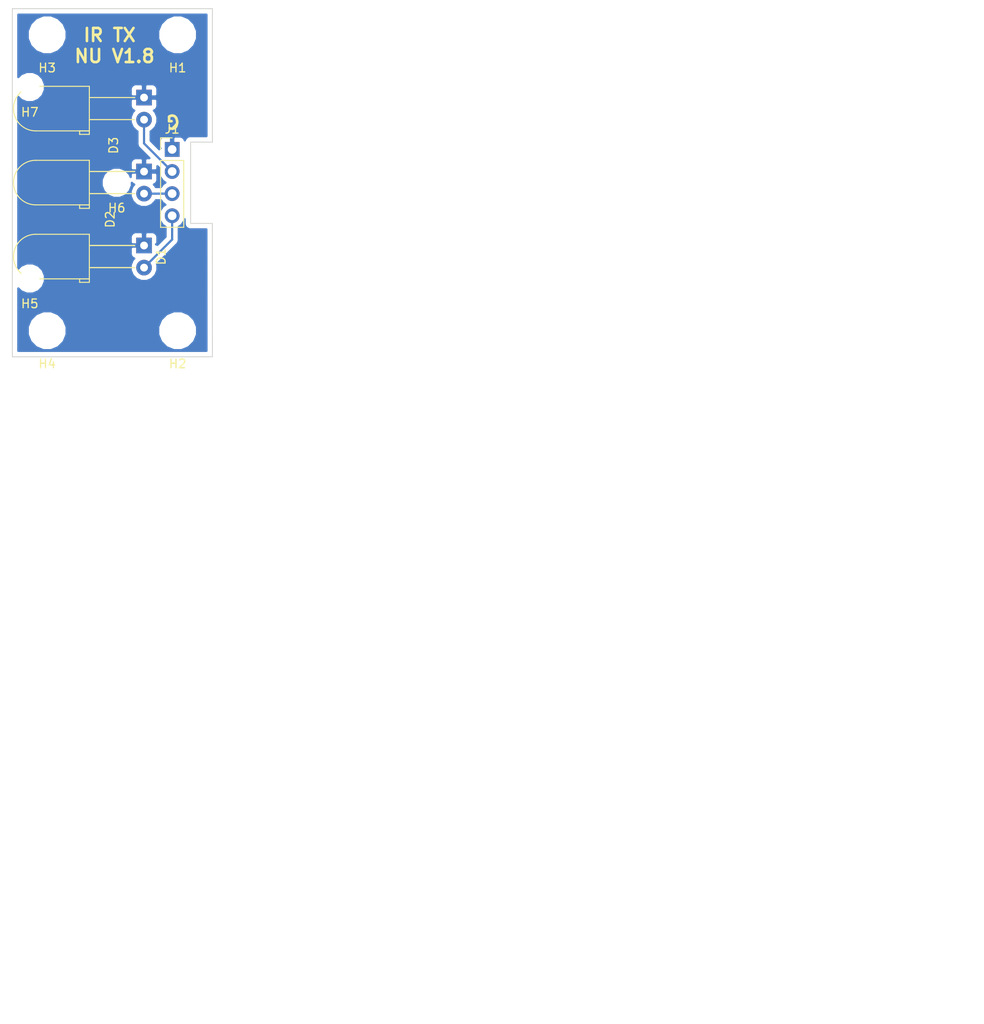
<source format=kicad_pcb>
(kicad_pcb (version 20171130) (host pcbnew 5.0.2-bee76a0~70~ubuntu18.04.1)

  (general
    (thickness 1.6)
    (drawings 15)
    (tracks 6)
    (zones 0)
    (modules 11)
    (nets 5)
  )

  (page A4)
  (layers
    (0 F.Cu signal)
    (31 B.Cu signal)
    (32 B.Adhes user)
    (33 F.Adhes user)
    (34 B.Paste user)
    (35 F.Paste user)
    (36 B.SilkS user)
    (37 F.SilkS user)
    (38 B.Mask user)
    (39 F.Mask user)
    (40 Dwgs.User user)
    (41 Cmts.User user)
    (42 Eco1.User user)
    (43 Eco2.User user)
    (44 Edge.Cuts user)
    (45 Margin user)
    (46 B.CrtYd user)
    (47 F.CrtYd user)
    (48 B.Fab user hide)
    (49 F.Fab user hide)
  )

  (setup
    (last_trace_width 0.25)
    (trace_clearance 0.2)
    (zone_clearance 0.508)
    (zone_45_only no)
    (trace_min 0.2)
    (segment_width 0.2)
    (edge_width 0.1)
    (via_size 0.8)
    (via_drill 0.4)
    (via_min_size 0.4)
    (via_min_drill 0.3)
    (uvia_size 0.3)
    (uvia_drill 0.1)
    (uvias_allowed no)
    (uvia_min_size 0.2)
    (uvia_min_drill 0.1)
    (pcb_text_width 0.3)
    (pcb_text_size 1.5 1.5)
    (mod_edge_width 0.15)
    (mod_text_size 1 1)
    (mod_text_width 0.15)
    (pad_size 1.5 1.5)
    (pad_drill 0.6)
    (pad_to_mask_clearance 0)
    (solder_mask_min_width 0.25)
    (aux_axis_origin 0 0)
    (visible_elements FFFBFF7F)
    (pcbplotparams
      (layerselection 0x010fc_ffffffff)
      (usegerberextensions true)
      (usegerberattributes false)
      (usegerberadvancedattributes false)
      (creategerberjobfile false)
      (excludeedgelayer true)
      (linewidth 0.100000)
      (plotframeref false)
      (viasonmask false)
      (mode 1)
      (useauxorigin false)
      (hpglpennumber 1)
      (hpglpenspeed 20)
      (hpglpendiameter 15.000000)
      (psnegative false)
      (psa4output false)
      (plotreference true)
      (plotvalue true)
      (plotinvisibletext false)
      (padsonsilk false)
      (subtractmaskfromsilk false)
      (outputformat 1)
      (mirror false)
      (drillshape 0)
      (scaleselection 1)
      (outputdirectory "Gerber/V1_5/"))
  )

  (net 0 "")
  (net 1 "Net-(D1-Pad1)")
  (net 2 "Net-(D1-Pad2)")
  (net 3 "Net-(D2-Pad2)")
  (net 4 "Net-(D3-Pad2)")

  (net_class Default "This is the default net class."
    (clearance 0.2)
    (trace_width 0.25)
    (via_dia 0.8)
    (via_drill 0.4)
    (uvia_dia 0.3)
    (uvia_drill 0.1)
    (add_net "Net-(D1-Pad1)")
    (add_net "Net-(D1-Pad2)")
    (add_net "Net-(D2-Pad2)")
    (add_net "Net-(D3-Pad2)")
  )

  (module LED_THT:LED_D5.0mm_Horizontal_O6.35mm_Z9.0mm (layer F.Cu) (tedit 5D884471) (tstamp 5DCD051F)
    (at 125.463968 74.971094 270)
    (descr "LED, diameter 5.0mm z-position of LED center 3.0mm, 2 pins, diameter 5.0mm z-position of LED center 3.0mm, 2 pins, diameter 5.0mm z-position of LED center 3.0mm, 2 pins, diameter 5.0mm z-position of LED center 9.0mm, 2 pins, diameter 5.0mm z-position of LED center 9.0mm, 2 pins, diameter 5.0mm z-position of LED center 9.0mm, 2 pins")
    (tags "LED diameter 5.0mm z-position of LED center 3.0mm 2 pins diameter 5.0mm z-position of LED center 3.0mm 2 pins diameter 5.0mm z-position of LED center 3.0mm 2 pins diameter 5.0mm z-position of LED center 9.0mm 2 pins diameter 5.0mm z-position of LED center 9.0mm 2 pins diameter 5.0mm z-position of LED center 9.0mm 2 pins")
    (path /5CC072E3)
    (fp_text reference D2 (at 5.5 3.9 270) (layer F.SilkS)
      (effects (font (size 1 1) (thickness 0.15)))
    )
    (fp_text value IR333-A (at 1.27 16.01 270) (layer F.Fab)
      (effects (font (size 1 1) (thickness 0.15)))
    )
    (fp_arc (start 1.27 12.45) (end -1.23 12.45) (angle -180) (layer F.Fab) (width 0.1))
    (fp_arc (start 1.27 12.45) (end -1.29 12.45) (angle -180) (layer F.SilkS) (width 0.12))
    (fp_line (start -1.23 6.35) (end -1.23 12.45) (layer F.Fab) (width 0.1))
    (fp_line (start 3.77 6.35) (end 3.77 12.45) (layer F.Fab) (width 0.1))
    (fp_line (start -1.23 6.35) (end 3.77 6.35) (layer F.Fab) (width 0.1))
    (fp_line (start 4.17 6.35) (end 4.17 7.35) (layer F.Fab) (width 0.1))
    (fp_line (start 4.17 7.35) (end 3.77 7.35) (layer F.Fab) (width 0.1))
    (fp_line (start 3.77 7.35) (end 3.77 6.35) (layer F.Fab) (width 0.1))
    (fp_line (start 3.77 6.35) (end 4.17 6.35) (layer F.Fab) (width 0.1))
    (fp_line (start 0 0) (end 0 6.35) (layer F.Fab) (width 0.1))
    (fp_line (start 0 6.35) (end 0 6.35) (layer F.Fab) (width 0.1))
    (fp_line (start 0 6.35) (end 0 0) (layer F.Fab) (width 0.1))
    (fp_line (start 0 0) (end 0 0) (layer F.Fab) (width 0.1))
    (fp_line (start 2.54 0) (end 2.54 6.35) (layer F.Fab) (width 0.1))
    (fp_line (start 2.54 6.35) (end 2.54 6.35) (layer F.Fab) (width 0.1))
    (fp_line (start 2.54 6.35) (end 2.54 0) (layer F.Fab) (width 0.1))
    (fp_line (start 2.54 0) (end 2.54 0) (layer F.Fab) (width 0.1))
    (fp_line (start -1.29 6.29) (end -1.29 12.45) (layer F.SilkS) (width 0.12))
    (fp_line (start 3.83 6.29) (end 3.83 12.45) (layer F.SilkS) (width 0.12))
    (fp_line (start -1.29 6.29) (end 3.83 6.29) (layer F.SilkS) (width 0.12))
    (fp_line (start 4.23 6.29) (end 4.23 7.41) (layer F.SilkS) (width 0.12))
    (fp_line (start 4.23 7.41) (end 3.83 7.41) (layer F.SilkS) (width 0.12))
    (fp_line (start 3.83 7.41) (end 3.83 6.29) (layer F.SilkS) (width 0.12))
    (fp_line (start 3.83 6.29) (end 4.23 6.29) (layer F.SilkS) (width 0.12))
    (fp_line (start 0 1.08) (end 0 6.29) (layer F.SilkS) (width 0.12))
    (fp_line (start 0 6.29) (end 0 6.29) (layer F.SilkS) (width 0.12))
    (fp_line (start 0 6.29) (end 0 1.08) (layer F.SilkS) (width 0.12))
    (fp_line (start 0 1.08) (end 0 1.08) (layer F.SilkS) (width 0.12))
    (fp_line (start 2.54 1.08) (end 2.54 6.29) (layer F.SilkS) (width 0.12))
    (fp_line (start 2.54 6.29) (end 2.54 6.29) (layer F.SilkS) (width 0.12))
    (fp_line (start 2.54 6.29) (end 2.54 1.08) (layer F.SilkS) (width 0.12))
    (fp_line (start 2.54 1.08) (end 2.54 1.08) (layer F.SilkS) (width 0.12))
    (fp_line (start -1.95 -1.25) (end -1.95 15.3) (layer F.CrtYd) (width 0.05))
    (fp_line (start -1.95 15.3) (end 4.5 15.3) (layer F.CrtYd) (width 0.05))
    (fp_line (start 4.5 15.3) (end 4.5 -1.25) (layer F.CrtYd) (width 0.05))
    (fp_line (start 4.5 -1.25) (end -1.95 -1.25) (layer F.CrtYd) (width 0.05))
    (pad 1 thru_hole rect (at 0 0 270) (size 1.8 1.8) (drill 0.9) (layers *.Cu *.Mask)
      (net 1 "Net-(D1-Pad1)"))
    (pad 2 thru_hole circle (at 2.54 0 270) (size 1.8 1.8) (drill 0.9) (layers *.Cu *.Mask)
      (net 3 "Net-(D2-Pad2)"))
    (model ${KISYS3DMOD}/LED_THT.3dshapes/LED_D5.0mm_Horizontal_O6.35mm_Z9.0mm.wrl
      (at (xyz 0 0 0))
      (scale (xyz 1 1 1))
      (rotate (xyz 0 0 0))
    )
  )

  (module LED_THT:LED_D5.0mm_Horizontal_O6.35mm_Z9.0mm (layer F.Cu) (tedit 5D884481) (tstamp 5DCD0979)
    (at 125.463968 66.471094 270)
    (descr "LED, diameter 5.0mm z-position of LED center 3.0mm, 2 pins, diameter 5.0mm z-position of LED center 3.0mm, 2 pins, diameter 5.0mm z-position of LED center 3.0mm, 2 pins, diameter 5.0mm z-position of LED center 9.0mm, 2 pins, diameter 5.0mm z-position of LED center 9.0mm, 2 pins, diameter 5.0mm z-position of LED center 9.0mm, 2 pins")
    (tags "LED diameter 5.0mm z-position of LED center 3.0mm 2 pins diameter 5.0mm z-position of LED center 3.0mm 2 pins diameter 5.0mm z-position of LED center 3.0mm 2 pins diameter 5.0mm z-position of LED center 9.0mm 2 pins diameter 5.0mm z-position of LED center 9.0mm 2 pins diameter 5.0mm z-position of LED center 9.0mm 2 pins")
    (path /5D3017E2)
    (fp_text reference D3 (at 5.5 3.5 270) (layer F.SilkS)
      (effects (font (size 1 1) (thickness 0.15)))
    )
    (fp_text value IR333-A (at 1.27 16.01 270) (layer F.Fab)
      (effects (font (size 1 1) (thickness 0.15)))
    )
    (fp_line (start 4.5 -1.25) (end -1.95 -1.25) (layer F.CrtYd) (width 0.05))
    (fp_line (start 4.5 15.3) (end 4.5 -1.25) (layer F.CrtYd) (width 0.05))
    (fp_line (start -1.95 15.3) (end 4.5 15.3) (layer F.CrtYd) (width 0.05))
    (fp_line (start -1.95 -1.25) (end -1.95 15.3) (layer F.CrtYd) (width 0.05))
    (fp_line (start 2.54 1.08) (end 2.54 1.08) (layer F.SilkS) (width 0.12))
    (fp_line (start 2.54 6.29) (end 2.54 1.08) (layer F.SilkS) (width 0.12))
    (fp_line (start 2.54 6.29) (end 2.54 6.29) (layer F.SilkS) (width 0.12))
    (fp_line (start 2.54 1.08) (end 2.54 6.29) (layer F.SilkS) (width 0.12))
    (fp_line (start 0 1.08) (end 0 1.08) (layer F.SilkS) (width 0.12))
    (fp_line (start 0 6.29) (end 0 1.08) (layer F.SilkS) (width 0.12))
    (fp_line (start 0 6.29) (end 0 6.29) (layer F.SilkS) (width 0.12))
    (fp_line (start 0 1.08) (end 0 6.29) (layer F.SilkS) (width 0.12))
    (fp_line (start 3.83 6.29) (end 4.23 6.29) (layer F.SilkS) (width 0.12))
    (fp_line (start 3.83 7.41) (end 3.83 6.29) (layer F.SilkS) (width 0.12))
    (fp_line (start 4.23 7.41) (end 3.83 7.41) (layer F.SilkS) (width 0.12))
    (fp_line (start 4.23 6.29) (end 4.23 7.41) (layer F.SilkS) (width 0.12))
    (fp_line (start -1.29 6.29) (end 3.83 6.29) (layer F.SilkS) (width 0.12))
    (fp_line (start 3.83 6.29) (end 3.83 12.45) (layer F.SilkS) (width 0.12))
    (fp_line (start -1.29 6.29) (end -1.29 12.45) (layer F.SilkS) (width 0.12))
    (fp_line (start 2.54 0) (end 2.54 0) (layer F.Fab) (width 0.1))
    (fp_line (start 2.54 6.35) (end 2.54 0) (layer F.Fab) (width 0.1))
    (fp_line (start 2.54 6.35) (end 2.54 6.35) (layer F.Fab) (width 0.1))
    (fp_line (start 2.54 0) (end 2.54 6.35) (layer F.Fab) (width 0.1))
    (fp_line (start 0 0) (end 0 0) (layer F.Fab) (width 0.1))
    (fp_line (start 0 6.35) (end 0 0) (layer F.Fab) (width 0.1))
    (fp_line (start 0 6.35) (end 0 6.35) (layer F.Fab) (width 0.1))
    (fp_line (start 0 0) (end 0 6.35) (layer F.Fab) (width 0.1))
    (fp_line (start 3.77 6.35) (end 4.17 6.35) (layer F.Fab) (width 0.1))
    (fp_line (start 3.77 7.35) (end 3.77 6.35) (layer F.Fab) (width 0.1))
    (fp_line (start 4.17 7.35) (end 3.77 7.35) (layer F.Fab) (width 0.1))
    (fp_line (start 4.17 6.35) (end 4.17 7.35) (layer F.Fab) (width 0.1))
    (fp_line (start -1.23 6.35) (end 3.77 6.35) (layer F.Fab) (width 0.1))
    (fp_line (start 3.77 6.35) (end 3.77 12.45) (layer F.Fab) (width 0.1))
    (fp_line (start -1.23 6.35) (end -1.23 12.45) (layer F.Fab) (width 0.1))
    (fp_arc (start 1.27 12.45) (end -1.29 12.45) (angle -180) (layer F.SilkS) (width 0.12))
    (fp_arc (start 1.27 12.45) (end -1.23 12.45) (angle -180) (layer F.Fab) (width 0.1))
    (pad 2 thru_hole circle (at 2.54 0 270) (size 1.8 1.8) (drill 0.9) (layers *.Cu *.Mask)
      (net 4 "Net-(D3-Pad2)"))
    (pad 1 thru_hole rect (at 0 0 270) (size 1.8 1.8) (drill 0.9) (layers *.Cu *.Mask)
      (net 1 "Net-(D1-Pad1)"))
    (model ${KISYS3DMOD}/LED_THT.3dshapes/LED_D5.0mm_Horizontal_O6.35mm_Z9.0mm.wrl
      (at (xyz 0 0 0))
      (scale (xyz 1 1 1))
      (rotate (xyz 0 0 0))
    )
  )

  (module MountingHole:MountingHole_3.2mm_M3_DIN965 (layer F.Cu) (tedit 56D1B4CB) (tstamp 5DBA8058)
    (at 129.323968 59.261094 180)
    (descr "Mounting Hole 3.2mm, no annular, M3, DIN965")
    (tags "mounting hole 3.2mm no annular m3 din965")
    (path /5D3538B8)
    (attr virtual)
    (fp_text reference H1 (at 0 -3.8 180) (layer F.SilkS)
      (effects (font (size 1 1) (thickness 0.15)))
    )
    (fp_text value MountingHole (at 0 3.8 180) (layer F.Fab)
      (effects (font (size 1 1) (thickness 0.15)))
    )
    (fp_text user %R (at 0.3 0 180) (layer F.Fab)
      (effects (font (size 1 1) (thickness 0.15)))
    )
    (fp_circle (center 0 0) (end 2.8 0) (layer Cmts.User) (width 0.15))
    (fp_circle (center 0 0) (end 3.05 0) (layer F.CrtYd) (width 0.05))
    (pad 1 np_thru_hole circle (at 0 0 180) (size 3.2 3.2) (drill 3.2) (layers *.Cu *.Mask))
  )

  (module MountingHole:MountingHole_3.2mm_M3_DIN965 (layer F.Cu) (tedit 56D1B4CB) (tstamp 5DBA805F)
    (at 129.323968 93.261094 180)
    (descr "Mounting Hole 3.2mm, no annular, M3, DIN965")
    (tags "mounting hole 3.2mm no annular m3 din965")
    (path /5D353966)
    (attr virtual)
    (fp_text reference H2 (at 0 -3.8 180) (layer F.SilkS)
      (effects (font (size 1 1) (thickness 0.15)))
    )
    (fp_text value MountingHole (at 0 3.8 180) (layer F.Fab)
      (effects (font (size 1 1) (thickness 0.15)))
    )
    (fp_circle (center 0 0) (end 3.05 0) (layer F.CrtYd) (width 0.05))
    (fp_circle (center 0 0) (end 2.8 0) (layer Cmts.User) (width 0.15))
    (fp_text user %R (at 0.3 0 180) (layer F.Fab)
      (effects (font (size 1 1) (thickness 0.15)))
    )
    (pad 1 np_thru_hole circle (at 0 0 180) (size 3.2 3.2) (drill 3.2) (layers *.Cu *.Mask))
  )

  (module MountingHole:MountingHole_3.2mm_M3_DIN965 (layer F.Cu) (tedit 56D1B4CB) (tstamp 5DBA8066)
    (at 114.323968 59.261094 180)
    (descr "Mounting Hole 3.2mm, no annular, M3, DIN965")
    (tags "mounting hole 3.2mm no annular m3 din965")
    (path /5D42C014)
    (attr virtual)
    (fp_text reference H3 (at 0 -3.8 180) (layer F.SilkS)
      (effects (font (size 1 1) (thickness 0.15)))
    )
    (fp_text value MountingHole (at 0 3.8 180) (layer F.Fab)
      (effects (font (size 1 1) (thickness 0.15)))
    )
    (fp_circle (center 0 0) (end 3.05 0) (layer F.CrtYd) (width 0.05))
    (fp_circle (center 0 0) (end 2.8 0) (layer Cmts.User) (width 0.15))
    (fp_text user %R (at 0.3 0 180) (layer F.Fab)
      (effects (font (size 1 1) (thickness 0.15)))
    )
    (pad 1 np_thru_hole circle (at 0 0 180) (size 3.2 3.2) (drill 3.2) (layers *.Cu *.Mask))
  )

  (module MountingHole:MountingHole_3.2mm_M3_DIN965 (layer F.Cu) (tedit 56D1B4CB) (tstamp 5DBA812B)
    (at 114.323968 93.261094 180)
    (descr "Mounting Hole 3.2mm, no annular, M3, DIN965")
    (tags "mounting hole 3.2mm no annular m3 din965")
    (path /5D42BEEB)
    (attr virtual)
    (fp_text reference H4 (at 0 -3.8 180) (layer F.SilkS)
      (effects (font (size 1 1) (thickness 0.15)))
    )
    (fp_text value MountingHole (at 0 3.8 180) (layer F.Fab)
      (effects (font (size 1 1) (thickness 0.15)))
    )
    (fp_text user %R (at 0.3 0 180) (layer F.Fab)
      (effects (font (size 1 1) (thickness 0.15)))
    )
    (fp_circle (center 0 0) (end 2.8 0) (layer Cmts.User) (width 0.15))
    (fp_circle (center 0 0) (end 3.05 0) (layer F.CrtYd) (width 0.05))
    (pad 1 np_thru_hole circle (at 0 0 180) (size 3.2 3.2) (drill 3.2) (layers *.Cu *.Mask))
  )

  (module MountingHole:MountingHole_2.2mm_M2_DIN965 (layer F.Cu) (tedit 56D1B4CB) (tstamp 5DBA9335)
    (at 112.323968 87.261094 180)
    (descr "Mounting Hole 2.2mm, no annular, M2, DIN965")
    (tags "mounting hole 2.2mm no annular m2 din965")
    (path /5D42BF4E)
    (attr virtual)
    (fp_text reference H5 (at 0 -2.9 180) (layer F.SilkS)
      (effects (font (size 1 1) (thickness 0.15)))
    )
    (fp_text value MountingHole (at 0 2.9 180) (layer F.Fab)
      (effects (font (size 1 1) (thickness 0.15)))
    )
    (fp_text user %R (at 0.3 0 180) (layer F.Fab)
      (effects (font (size 1 1) (thickness 0.15)))
    )
    (fp_circle (center 0 0) (end 1.9 0) (layer Cmts.User) (width 0.15))
    (fp_circle (center 0 0) (end 2.15 0) (layer F.CrtYd) (width 0.05))
    (pad 1 np_thru_hole circle (at 0 0 180) (size 2.2 2.2) (drill 2.2) (layers *.Cu *.Mask))
  )

  (module MountingHole:MountingHole_2.2mm_M2_DIN965 (layer F.Cu) (tedit 56D1B4CB) (tstamp 5DBA86CD)
    (at 122.323968 76.261094 180)
    (descr "Mounting Hole 2.2mm, no annular, M2, DIN965")
    (tags "mounting hole 2.2mm no annular m2 din965")
    (path /5D42BFA7)
    (attr virtual)
    (fp_text reference H6 (at 0 -2.9 180) (layer F.SilkS)
      (effects (font (size 1 1) (thickness 0.15)))
    )
    (fp_text value MountingHole (at 0 2.9 180) (layer F.Fab)
      (effects (font (size 1 1) (thickness 0.15)))
    )
    (fp_circle (center 0 0) (end 2.15 0) (layer F.CrtYd) (width 0.05))
    (fp_circle (center 0 0) (end 1.9 0) (layer Cmts.User) (width 0.15))
    (fp_text user %R (at 0.3 0 180) (layer F.Fab)
      (effects (font (size 1 1) (thickness 0.15)))
    )
    (pad 1 np_thru_hole circle (at 0 0 180) (size 2.2 2.2) (drill 2.2) (layers *.Cu *.Mask))
  )

  (module MountingHole:MountingHole_2.2mm_M2_DIN965 (layer F.Cu) (tedit 56D1B4CB) (tstamp 5DBA93A4)
    (at 112.323968 65.261094 180)
    (descr "Mounting Hole 2.2mm, no annular, M2, DIN965")
    (tags "mounting hole 2.2mm no annular m2 din965")
    (path /5D42C135)
    (attr virtual)
    (fp_text reference H7 (at 0 -2.9 180) (layer F.SilkS)
      (effects (font (size 1 1) (thickness 0.15)))
    )
    (fp_text value MountingHole (at 0 2.9 180) (layer F.Fab)
      (effects (font (size 1 1) (thickness 0.15)))
    )
    (fp_text user %R (at 0.3 0 180) (layer F.Fab)
      (effects (font (size 1 1) (thickness 0.15)))
    )
    (fp_circle (center 0 0) (end 1.9 0) (layer Cmts.User) (width 0.15))
    (fp_circle (center 0 0) (end 2.15 0) (layer F.CrtYd) (width 0.05))
    (pad 1 np_thru_hole circle (at 0 0 180) (size 2.2 2.2) (drill 2.2) (layers *.Cu *.Mask))
  )

  (module LED_THT:LED_D5.0mm_Horizontal_O6.35mm_Z9.0mm (layer F.Cu) (tedit 5880A863) (tstamp 5DCD00E1)
    (at 125.463968 83.471094 270)
    (descr "LED, diameter 5.0mm z-position of LED center 3.0mm, 2 pins, diameter 5.0mm z-position of LED center 3.0mm, 2 pins, diameter 5.0mm z-position of LED center 3.0mm, 2 pins, diameter 5.0mm z-position of LED center 9.0mm, 2 pins, diameter 5.0mm z-position of LED center 9.0mm, 2 pins, diameter 5.0mm z-position of LED center 9.0mm, 2 pins")
    (tags "LED diameter 5.0mm z-position of LED center 3.0mm 2 pins diameter 5.0mm z-position of LED center 3.0mm 2 pins diameter 5.0mm z-position of LED center 3.0mm 2 pins diameter 5.0mm z-position of LED center 9.0mm 2 pins diameter 5.0mm z-position of LED center 9.0mm 2 pins diameter 5.0mm z-position of LED center 9.0mm 2 pins")
    (path /5DCCFEB7)
    (fp_text reference D1 (at 1.27 -1.96 270) (layer F.SilkS)
      (effects (font (size 1 1) (thickness 0.15)))
    )
    (fp_text value IR333-A (at 1.27 16.01 270) (layer F.Fab)
      (effects (font (size 1 1) (thickness 0.15)))
    )
    (fp_arc (start 1.27 12.45) (end -1.23 12.45) (angle -180) (layer F.Fab) (width 0.1))
    (fp_arc (start 1.27 12.45) (end -1.29 12.45) (angle -180) (layer F.SilkS) (width 0.12))
    (fp_line (start -1.23 6.35) (end -1.23 12.45) (layer F.Fab) (width 0.1))
    (fp_line (start 3.77 6.35) (end 3.77 12.45) (layer F.Fab) (width 0.1))
    (fp_line (start -1.23 6.35) (end 3.77 6.35) (layer F.Fab) (width 0.1))
    (fp_line (start 4.17 6.35) (end 4.17 7.35) (layer F.Fab) (width 0.1))
    (fp_line (start 4.17 7.35) (end 3.77 7.35) (layer F.Fab) (width 0.1))
    (fp_line (start 3.77 7.35) (end 3.77 6.35) (layer F.Fab) (width 0.1))
    (fp_line (start 3.77 6.35) (end 4.17 6.35) (layer F.Fab) (width 0.1))
    (fp_line (start 0 0) (end 0 6.35) (layer F.Fab) (width 0.1))
    (fp_line (start 0 6.35) (end 0 6.35) (layer F.Fab) (width 0.1))
    (fp_line (start 0 6.35) (end 0 0) (layer F.Fab) (width 0.1))
    (fp_line (start 0 0) (end 0 0) (layer F.Fab) (width 0.1))
    (fp_line (start 2.54 0) (end 2.54 6.35) (layer F.Fab) (width 0.1))
    (fp_line (start 2.54 6.35) (end 2.54 6.35) (layer F.Fab) (width 0.1))
    (fp_line (start 2.54 6.35) (end 2.54 0) (layer F.Fab) (width 0.1))
    (fp_line (start 2.54 0) (end 2.54 0) (layer F.Fab) (width 0.1))
    (fp_line (start -1.29 6.29) (end -1.29 12.45) (layer F.SilkS) (width 0.12))
    (fp_line (start 3.83 6.29) (end 3.83 12.45) (layer F.SilkS) (width 0.12))
    (fp_line (start -1.29 6.29) (end 3.83 6.29) (layer F.SilkS) (width 0.12))
    (fp_line (start 4.23 6.29) (end 4.23 7.41) (layer F.SilkS) (width 0.12))
    (fp_line (start 4.23 7.41) (end 3.83 7.41) (layer F.SilkS) (width 0.12))
    (fp_line (start 3.83 7.41) (end 3.83 6.29) (layer F.SilkS) (width 0.12))
    (fp_line (start 3.83 6.29) (end 4.23 6.29) (layer F.SilkS) (width 0.12))
    (fp_line (start 0 1.08) (end 0 6.29) (layer F.SilkS) (width 0.12))
    (fp_line (start 0 6.29) (end 0 6.29) (layer F.SilkS) (width 0.12))
    (fp_line (start 0 6.29) (end 0 1.08) (layer F.SilkS) (width 0.12))
    (fp_line (start 0 1.08) (end 0 1.08) (layer F.SilkS) (width 0.12))
    (fp_line (start 2.54 1.08) (end 2.54 6.29) (layer F.SilkS) (width 0.12))
    (fp_line (start 2.54 6.29) (end 2.54 6.29) (layer F.SilkS) (width 0.12))
    (fp_line (start 2.54 6.29) (end 2.54 1.08) (layer F.SilkS) (width 0.12))
    (fp_line (start 2.54 1.08) (end 2.54 1.08) (layer F.SilkS) (width 0.12))
    (fp_line (start -1.95 -1.25) (end -1.95 15.3) (layer F.CrtYd) (width 0.05))
    (fp_line (start -1.95 15.3) (end 4.5 15.3) (layer F.CrtYd) (width 0.05))
    (fp_line (start 4.5 15.3) (end 4.5 -1.25) (layer F.CrtYd) (width 0.05))
    (fp_line (start 4.5 -1.25) (end -1.95 -1.25) (layer F.CrtYd) (width 0.05))
    (pad 1 thru_hole rect (at 0 0 270) (size 1.8 1.8) (drill 0.9) (layers *.Cu *.Mask)
      (net 1 "Net-(D1-Pad1)"))
    (pad 2 thru_hole circle (at 2.54 0 270) (size 1.8 1.8) (drill 0.9) (layers *.Cu *.Mask)
      (net 2 "Net-(D1-Pad2)"))
    (model ${KISYS3DMOD}/LED_THT.3dshapes/LED_D5.0mm_Horizontal_O6.35mm_Z9.0mm.wrl
      (at (xyz 0 0 0))
      (scale (xyz 1 1 1))
      (rotate (xyz 0 0 0))
    )
  )

  (module Connector_PinHeader_2.54mm:PinHeader_1x04_P2.54mm_Vertical (layer F.Cu) (tedit 59FED5CC) (tstamp 5DCD00F9)
    (at 128.693968 72.431094)
    (descr "Through hole straight pin header, 1x04, 2.54mm pitch, single row")
    (tags "Through hole pin header THT 1x04 2.54mm single row")
    (path /5DCCFC38)
    (fp_text reference J1 (at 0 -2.33) (layer F.SilkS)
      (effects (font (size 1 1) (thickness 0.15)))
    )
    (fp_text value Conn_01x04 (at 0 9.95) (layer F.Fab)
      (effects (font (size 1 1) (thickness 0.15)))
    )
    (fp_line (start -0.635 -1.27) (end 1.27 -1.27) (layer F.Fab) (width 0.1))
    (fp_line (start 1.27 -1.27) (end 1.27 8.89) (layer F.Fab) (width 0.1))
    (fp_line (start 1.27 8.89) (end -1.27 8.89) (layer F.Fab) (width 0.1))
    (fp_line (start -1.27 8.89) (end -1.27 -0.635) (layer F.Fab) (width 0.1))
    (fp_line (start -1.27 -0.635) (end -0.635 -1.27) (layer F.Fab) (width 0.1))
    (fp_line (start -1.33 8.95) (end 1.33 8.95) (layer F.SilkS) (width 0.12))
    (fp_line (start -1.33 1.27) (end -1.33 8.95) (layer F.SilkS) (width 0.12))
    (fp_line (start 1.33 1.27) (end 1.33 8.95) (layer F.SilkS) (width 0.12))
    (fp_line (start -1.33 1.27) (end 1.33 1.27) (layer F.SilkS) (width 0.12))
    (fp_line (start -1.33 0) (end -1.33 -1.33) (layer F.SilkS) (width 0.12))
    (fp_line (start -1.33 -1.33) (end 0 -1.33) (layer F.SilkS) (width 0.12))
    (fp_line (start -1.8 -1.8) (end -1.8 9.4) (layer F.CrtYd) (width 0.05))
    (fp_line (start -1.8 9.4) (end 1.8 9.4) (layer F.CrtYd) (width 0.05))
    (fp_line (start 1.8 9.4) (end 1.8 -1.8) (layer F.CrtYd) (width 0.05))
    (fp_line (start 1.8 -1.8) (end -1.8 -1.8) (layer F.CrtYd) (width 0.05))
    (fp_text user %R (at 0 3.81 90) (layer F.Fab)
      (effects (font (size 1 1) (thickness 0.15)))
    )
    (pad 1 thru_hole rect (at 0 0) (size 1.7 1.7) (drill 1) (layers *.Cu *.Mask)
      (net 1 "Net-(D1-Pad1)"))
    (pad 2 thru_hole oval (at 0 2.54) (size 1.7 1.7) (drill 1) (layers *.Cu *.Mask)
      (net 4 "Net-(D3-Pad2)"))
    (pad 3 thru_hole oval (at 0 5.08) (size 1.7 1.7) (drill 1) (layers *.Cu *.Mask)
      (net 3 "Net-(D2-Pad2)"))
    (pad 4 thru_hole oval (at 0 7.62) (size 1.7 1.7) (drill 1) (layers *.Cu *.Mask)
      (net 2 "Net-(D1-Pad2)"))
    (model ${KISYS3DMOD}/Connector_PinHeader_2.54mm.3dshapes/PinHeader_1x04_P2.54mm_Vertical.wrl
      (at (xyz 0 0 0))
      (scale (xyz 1 1 1))
      (rotate (xyz 0 0 0))
    )
  )

  (gr_text "Cut for the soldering wires added" (at 202.31 171.56) (layer Cmts.User)
    (effects (font (size 1.5 1.5) (thickness 0.3)))
  )
  (gr_line (start 133.323968 71.591094) (end 133.323968 56.261094) (layer Edge.Cuts) (width 0.1))
  (gr_line (start 133.323968 96.261094) (end 133.313968 80.931094) (layer Edge.Cuts) (width 0.1))
  (gr_line (start 130.823968 71.591094) (end 133.323968 71.591094) (layer Edge.Cuts) (width 0.1))
  (gr_line (start 130.813968 80.931094) (end 130.813968 71.591094) (layer Edge.Cuts) (width 0.1))
  (gr_line (start 133.313968 80.931094) (end 130.823968 80.931094) (layer Edge.Cuts) (width 0.1))
  (gr_text "IR TX \nNU V1.8" (at 122.073968 60.501094) (layer F.SilkS)
    (effects (font (size 1.5 1.5) (thickness 0.3)))
  )
  (gr_line (start 133.323968 76.261094) (end 110.323968 76.261094) (layer Dwgs.User) (width 0.1) (tstamp 5D42B6CE))
  (gr_line (start 110.323968 56.261094) (end 110.323968 96.261094) (layer Edge.Cuts) (width 0.1) (tstamp 5D42B7D0))
  (gr_circle (center 112.163968 67.766094) (end 109.563968 65.966094) (layer Dwgs.User) (width 0.2) (tstamp 5D42B7D9))
  (gr_text G (at 128.803968 69.221094 180) (layer F.SilkS)
    (effects (font (size 1.5 1.5) (thickness 0.3)))
  )
  (gr_line (start 133.323968 56.261094) (end 110.323968 56.261094) (layer Edge.Cuts) (width 0.1))
  (gr_line (start 110.323968 96.261094) (end 133.323968 96.261094) (layer Edge.Cuts) (width 0.1) (tstamp 5D42BADA))
  (gr_circle (center 112.163968 76.266094) (end 109.563968 74.466094) (layer Dwgs.User) (width 0.2) (tstamp 5D42B825))
  (gr_circle (center 112.163968 84.766094) (end 109.563968 82.966094) (layer Dwgs.User) (width 0.2) (tstamp 5D42B7D6))

  (segment (start 128.693968 82.781094) (end 125.463968 86.011094) (width 0.25) (layer B.Cu) (net 2))
  (segment (start 128.693968 80.051094) (end 128.693968 82.781094) (width 0.25) (layer B.Cu) (net 2))
  (segment (start 127.491887 77.511094) (end 125.463968 77.511094) (width 0.25) (layer B.Cu) (net 3))
  (segment (start 128.693968 77.511094) (end 127.491887 77.511094) (width 0.25) (layer B.Cu) (net 3))
  (segment (start 125.463968 71.741094) (end 125.463968 69.011094) (width 0.25) (layer B.Cu) (net 4))
  (segment (start 128.693968 74.971094) (end 125.463968 71.741094) (width 0.25) (layer B.Cu) (net 4))

  (zone (net 1) (net_name "Net-(D1-Pad1)") (layer B.Cu) (tstamp 0) (hatch edge 0.508)
    (connect_pads (clearance 0.508))
    (min_thickness 0.254)
    (fill yes (arc_segments 16) (thermal_gap 0.508) (thermal_bridge_width 0.508))
    (polygon
      (pts
        (xy 134.323968 97.261094) (xy 109.323968 97.261094) (xy 109.323968 55.261094) (xy 134.323968 55.261094)
      )
    )
    (filled_polygon
      (pts
        (xy 111.008967 88.399754) (xy 111.341169 88.731956) (xy 111.978855 88.996094) (xy 112.669081 88.996094) (xy 113.306767 88.731956)
        (xy 113.79483 88.243893) (xy 114.058968 87.606207) (xy 114.058968 86.915981) (xy 113.79483 86.278295) (xy 113.306767 85.790232)
        (xy 112.669081 85.526094) (xy 111.978855 85.526094) (xy 111.341169 85.790232) (xy 111.008967 86.122434) (xy 111.008968 66.399755)
        (xy 111.341169 66.731956) (xy 111.978855 66.996094) (xy 112.669081 66.996094) (xy 113.306767 66.731956) (xy 113.79483 66.243893)
        (xy 114.058968 65.606207) (xy 114.058968 64.915981) (xy 113.79483 64.278295) (xy 113.306767 63.790232) (xy 112.669081 63.526094)
        (xy 111.978855 63.526094) (xy 111.341169 63.790232) (xy 111.008968 64.122433) (xy 111.008968 56.946094) (xy 132.638968 56.946094)
        (xy 132.638968 59.705663) (xy 131.558968 59.705663) (xy 131.558968 58.816525) (xy 131.218709 57.995068) (xy 130.589994 57.366353)
        (xy 129.768537 57.026094) (xy 128.879399 57.026094) (xy 128.057942 57.366353) (xy 127.429227 57.995068) (xy 127.088968 58.816525)
        (xy 127.088968 59.705663) (xy 116.558968 59.705663) (xy 116.558968 58.816525) (xy 116.218709 57.995068) (xy 115.589994 57.366353)
        (xy 114.768537 57.026094) (xy 113.879399 57.026094) (xy 113.057942 57.366353) (xy 112.429227 57.995068) (xy 112.088968 58.816525)
        (xy 112.088968 59.705663) (xy 112.429227 60.52712) (xy 113.057942 61.155835) (xy 113.879399 61.496094) (xy 114.768537 61.496094)
        (xy 115.589994 61.155835) (xy 116.218709 60.52712) (xy 116.558968 59.705663) (xy 127.088968 59.705663) (xy 127.429227 60.52712)
        (xy 128.057942 61.155835) (xy 128.879399 61.496094) (xy 129.768537 61.496094) (xy 130.589994 61.155835) (xy 131.218709 60.52712)
        (xy 131.558968 59.705663) (xy 132.638968 59.705663) (xy 132.638968 66.185344) (xy 126.998968 66.185344) (xy 126.998968 65.444785)
        (xy 126.902295 65.211396) (xy 126.723667 65.032767) (xy 126.490278 64.936094) (xy 125.749718 64.936094) (xy 125.590968 65.094844)
        (xy 125.590968 66.344094) (xy 125.336968 66.344094) (xy 125.336968 65.094844) (xy 125.178218 64.936094) (xy 124.437658 64.936094)
        (xy 124.204269 65.032767) (xy 124.025641 65.211396) (xy 123.928968 65.444785) (xy 123.928968 66.185344) (xy 124.087718 66.344094)
        (xy 125.336968 66.344094) (xy 125.590968 66.344094) (xy 126.840218 66.344094) (xy 126.998968 66.185344) (xy 132.638968 66.185344)
        (xy 132.638968 70.906094) (xy 130.881429 70.906094) (xy 130.813968 70.892675) (xy 130.546695 70.945839) (xy 130.320111 71.097237)
        (xy 130.168713 71.323821) (xy 130.154441 71.395571) (xy 130.082295 71.221395) (xy 129.903666 71.042767) (xy 129.670277 70.946094)
        (xy 128.979718 70.946094) (xy 128.820968 71.104844) (xy 128.820968 72.304094) (xy 128.840968 72.304094) (xy 128.840968 72.558094)
        (xy 128.820968 72.558094) (xy 128.820968 72.578094) (xy 128.566968 72.578094) (xy 128.566968 72.558094) (xy 128.546968 72.558094)
        (xy 128.546968 72.304094) (xy 128.566968 72.304094) (xy 128.566968 71.104844) (xy 128.408218 70.946094) (xy 127.717659 70.946094)
        (xy 127.48427 71.042767) (xy 127.305641 71.221395) (xy 127.208968 71.454784) (xy 127.208968 72.145344) (xy 127.367716 72.304092)
        (xy 127.208968 72.304092) (xy 127.208968 72.411292) (xy 126.223968 71.426292) (xy 126.223967 70.357764) (xy 126.333475 70.312404)
        (xy 126.765278 69.880601) (xy 126.998968 69.316424) (xy 126.998968 68.705764) (xy 126.765278 68.141587) (xy 126.588924 67.965233)
        (xy 126.723667 67.909421) (xy 126.902295 67.730792) (xy 126.998968 67.497403) (xy 126.998968 66.756844) (xy 126.840218 66.598094)
        (xy 125.590968 66.598094) (xy 125.590968 66.618094) (xy 125.336968 66.618094) (xy 125.336968 66.598094) (xy 124.087718 66.598094)
        (xy 123.928968 66.756844) (xy 123.928968 67.497403) (xy 124.025641 67.730792) (xy 124.204269 67.909421) (xy 124.339012 67.965233)
        (xy 124.162658 68.141587) (xy 123.928968 68.705764) (xy 123.928968 69.316424) (xy 124.162658 69.880601) (xy 124.594461 70.312404)
        (xy 124.703968 70.357763) (xy 124.703968 71.666246) (xy 124.68908 71.741094) (xy 124.703968 71.815942) (xy 124.703968 71.815946)
        (xy 124.748064 72.037631) (xy 124.748064 72.037632) (xy 124.873639 72.225567) (xy 124.916039 72.289023) (xy 124.979495 72.331423)
        (xy 126.084166 73.436094) (xy 125.749718 73.436094) (xy 125.590968 73.594844) (xy 125.590968 74.844094) (xy 125.336968 74.844094)
        (xy 125.336968 73.594844) (xy 125.178218 73.436094) (xy 124.437658 73.436094) (xy 124.204269 73.532767) (xy 124.025641 73.711396)
        (xy 123.928968 73.944785) (xy 123.928968 74.685344) (xy 124.087718 74.844094) (xy 125.336968 74.844094) (xy 125.590968 74.844094)
        (xy 126.840218 74.844094) (xy 126.998968 74.685344) (xy 126.998968 74.350895) (xy 127.252759 74.604686) (xy 127.179876 74.971094)
        (xy 127.295129 75.550512) (xy 127.623343 76.041719) (xy 127.921729 76.241094) (xy 127.623343 76.440469) (xy 127.41579 76.751094)
        (xy 126.810637 76.751094) (xy 126.765278 76.641587) (xy 126.588924 76.465233) (xy 126.723667 76.409421) (xy 126.902295 76.230792)
        (xy 126.998968 75.997403) (xy 126.998968 75.256844) (xy 126.840218 75.098094) (xy 125.590968 75.098094) (xy 125.590968 75.118094)
        (xy 125.336968 75.118094) (xy 125.336968 75.098094) (xy 124.087718 75.098094) (xy 123.928968 75.256844) (xy 123.928968 75.602133)
        (xy 123.79483 75.278295) (xy 123.306767 74.790232) (xy 122.669081 74.526094) (xy 121.978855 74.526094) (xy 121.341169 74.790232)
        (xy 120.853106 75.278295) (xy 120.588968 75.915981) (xy 120.588968 76.606207) (xy 120.853106 77.243893) (xy 121.341169 77.731956)
        (xy 121.978855 77.996094) (xy 122.669081 77.996094) (xy 123.306767 77.731956) (xy 123.79483 77.243893) (xy 124.058968 76.606207)
        (xy 124.058968 76.264119) (xy 124.204269 76.409421) (xy 124.339012 76.465233) (xy 124.162658 76.641587) (xy 123.928968 77.205764)
        (xy 123.928968 77.816424) (xy 124.162658 78.380601) (xy 124.594461 78.812404) (xy 125.158638 79.046094) (xy 125.769298 79.046094)
        (xy 126.333475 78.812404) (xy 126.765278 78.380601) (xy 126.810637 78.271094) (xy 127.41579 78.271094) (xy 127.623343 78.581719)
        (xy 127.921729 78.781094) (xy 127.623343 78.980469) (xy 127.295129 79.471676) (xy 127.179876 80.051094) (xy 127.295129 80.630512)
        (xy 127.623343 81.121719) (xy 127.933968 81.329272) (xy 127.933968 82.466293) (xy 126.998968 83.401293) (xy 126.998968 83.344092)
        (xy 126.84022 83.344092) (xy 126.998968 83.185344) (xy 126.998968 82.444785) (xy 126.902295 82.211396) (xy 126.723667 82.032767)
        (xy 126.490278 81.936094) (xy 125.749718 81.936094) (xy 125.590968 82.094844) (xy 125.590968 83.344094) (xy 125.336968 83.344094)
        (xy 125.336968 82.094844) (xy 125.178218 81.936094) (xy 124.437658 81.936094) (xy 124.204269 82.032767) (xy 124.025641 82.211396)
        (xy 123.928968 82.444785) (xy 123.928968 83.185344) (xy 124.087718 83.344094) (xy 125.336968 83.344094) (xy 125.590968 83.344094)
        (xy 125.610968 83.344094) (xy 125.610968 83.598094) (xy 125.590968 83.598094) (xy 125.590968 83.618094) (xy 125.336968 83.618094)
        (xy 125.336968 83.598094) (xy 124.087718 83.598094) (xy 123.928968 83.756844) (xy 123.928968 84.497403) (xy 124.025641 84.730792)
        (xy 124.204269 84.909421) (xy 124.339012 84.965233) (xy 124.162658 85.141587) (xy 123.928968 85.705764) (xy 123.928968 86.316424)
        (xy 124.162658 86.880601) (xy 124.594461 87.312404) (xy 125.158638 87.546094) (xy 125.769298 87.546094) (xy 126.333475 87.312404)
        (xy 126.765278 86.880601) (xy 126.998968 86.316424) (xy 126.998968 85.705764) (xy 126.953608 85.596256) (xy 129.17844 83.371423)
        (xy 129.241896 83.329023) (xy 129.284296 83.265567) (xy 129.284297 83.265566) (xy 129.409871 83.077631) (xy 129.468856 82.781094)
        (xy 129.453967 82.706242) (xy 129.453968 81.329272) (xy 129.764593 81.121719) (xy 130.092807 80.630512) (xy 130.128968 80.448718)
        (xy 130.128968 80.913906) (xy 130.125549 80.931094) (xy 130.128968 80.948282) (xy 130.128968 80.998556) (xy 130.168713 81.198367)
        (xy 130.320112 81.424951) (xy 130.546696 81.576349) (xy 130.813968 81.629513) (xy 130.88143 81.616094) (xy 132.629416 81.616094)
        (xy 132.637301 93.705663) (xy 131.558968 93.705663) (xy 131.558968 92.816525) (xy 131.218709 91.995068) (xy 130.589994 91.366353)
        (xy 129.768537 91.026094) (xy 128.879399 91.026094) (xy 128.057942 91.366353) (xy 127.429227 91.995068) (xy 127.088968 92.816525)
        (xy 127.088968 93.705663) (xy 116.558968 93.705663) (xy 116.558968 92.816525) (xy 116.218709 91.995068) (xy 115.589994 91.366353)
        (xy 114.768537 91.026094) (xy 113.879399 91.026094) (xy 113.057942 91.366353) (xy 112.429227 91.995068) (xy 112.088968 92.816525)
        (xy 112.088968 93.705663) (xy 112.429227 94.52712) (xy 113.057942 95.155835) (xy 113.879399 95.496094) (xy 114.768537 95.496094)
        (xy 115.589994 95.155835) (xy 116.218709 94.52712) (xy 116.558968 93.705663) (xy 127.088968 93.705663) (xy 127.429227 94.52712)
        (xy 128.057942 95.155835) (xy 128.879399 95.496094) (xy 129.768537 95.496094) (xy 130.589994 95.155835) (xy 131.218709 94.52712)
        (xy 131.558968 93.705663) (xy 132.637301 93.705663) (xy 132.638522 95.576094) (xy 111.008967 95.576094)
      )
    )
  )
)

</source>
